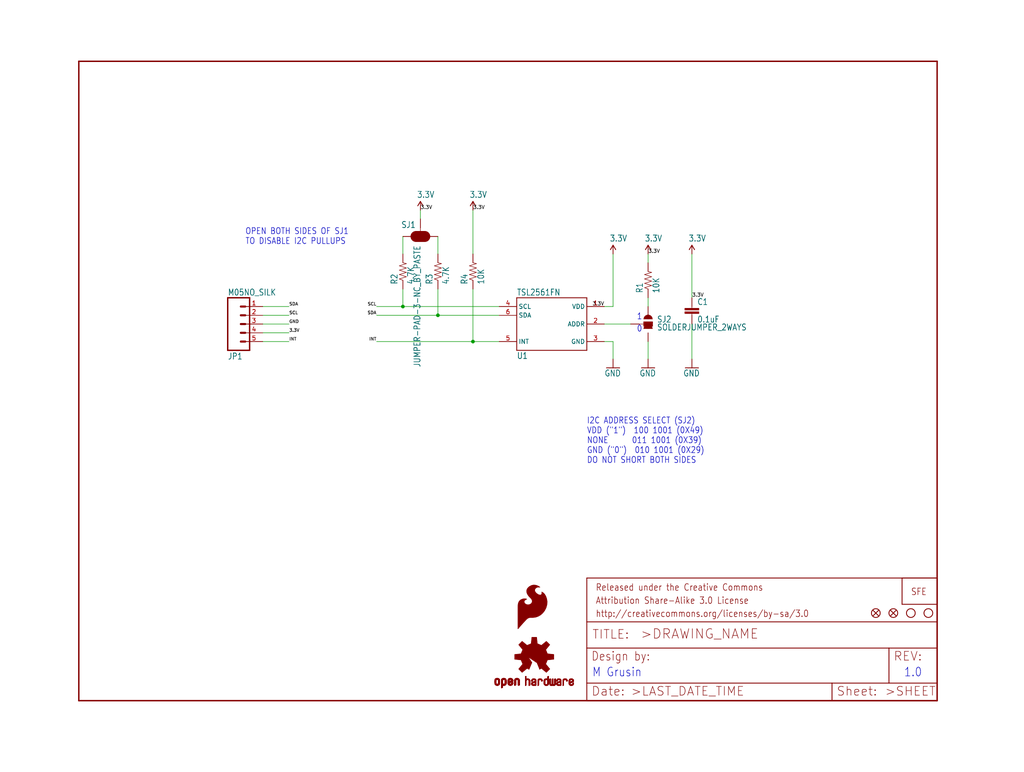
<source format=kicad_sch>
(kicad_sch (version 20211123) (generator eeschema)
  (paper "User" 297.002 223.926)
  (lib_symbols
    (symbol "eagleSchem-eagle-import:0.1UF-25V(+80{slash}-20%)(0603)"
      (property "Reference" "C" (at 1.524 2.921 0))
      (property "Value" "0.1UF-25V(+80{slash}-20%)(0603)" (at 1.524 -2.159 0))
      (symbol "0.1UF-25V(+80{slash}-20%)(0603)_1_0"
        (pin passive line (at 0 5.08 270) (length 2.54) (name "1") (number "1"))
        (pin passive line (at 0 -2.54 90) (length 2.54) (name "2") (number "2"))
      )
    )
    (symbol "eagleSchem-eagle-import:10KOHM-1{slash}10W-1%(0603)0603"
      (property "Reference" "R" (at -3.81 1.4986 0))
      (property "Value" "10KOHM-1{slash}10W-1%(0603)0603" (at -3.81 -3.302 0))
      (symbol "10KOHM-1{slash}10W-1%(0603)0603_1_0"
        (pin passive line (at -5.08 0 0) (length 2.54) (name "1") (number "1"))
        (pin passive line (at 5.08 0 180) (length 2.54) (name "2") (number "2"))
      )
    )
    (symbol "eagleSchem-eagle-import:4.7KOHM-1{slash}10W-1%(0603)"
      (property "Reference" "R" (at -3.81 1.4986 0))
      (property "Value" "4.7KOHM-1{slash}10W-1%(0603)" (at -3.81 -3.302 0))
      (symbol "4.7KOHM-1{slash}10W-1%(0603)_1_0"
        (pin passive line (at -5.08 0 0) (length 2.54) (name "1") (number "1"))
        (pin passive line (at 5.08 0 180) (length 2.54) (name "2") (number "2"))
      )
    )
    (symbol "eagleSchem-eagle-import:FIDUCIALUFIDUCIAL")
    (symbol "eagleSchem-eagle-import:FRAME-LETTER"
      (symbol "FRAME-LETTER_2_0"
        (text ">DRAWING_NAME" (at 15.494 17.78 0) (effects (font (size 2.7432 2.7432)) (justify left bottom)))
        (text ">LAST_DATE_TIME" (at 12.7 1.27 0) (effects (font (size 2.54 2.54)) (justify left bottom)))
        (text ">SHEET" (at 86.36 1.27 0) (effects (font (size 2.54 2.54)) (justify left bottom)))
        (text "Attribution Share-Alike 3.0 License" (at 2.54 27.94 0) (effects (font (size 1.9304 1.6408)) (justify left bottom)))
        (text "Date:" (at 1.27 1.27 0) (effects (font (size 2.54 2.54)) (justify left bottom)))
        (text "Design by:" (at 1.27 11.43 0) (effects (font (size 2.54 2.159)) (justify left bottom)))
        (text "http://creativecommons.org/licenses/by-sa/3.0" (at 2.54 24.13 0) (effects (font (size 1.9304 1.6408)) (justify left bottom)))
        (text "Released under the Creative Commons" (at 2.54 31.75 0) (effects (font (size 1.9304 1.6408)) (justify left bottom)))
        (text "REV:" (at 88.9 11.43 0) (effects (font (size 2.54 2.54)) (justify left bottom)))
        (text "Sheet:" (at 72.39 1.27 0) (effects (font (size 2.54 2.54)) (justify left bottom)))
        (text "TITLE:" (at 1.524 17.78 0) (effects (font (size 2.54 2.54)) (justify left bottom)))
      )
    )
    (symbol "eagleSchem-eagle-import:GND" (power)
      (property "Value" "GND" (at -2.54 -2.54 0))
      (symbol "GND_1_0"
        (pin power_in line (at 0 2.54 270) (length 2.54) (name "GND") (number "1"))
      )
    )
    (symbol "eagleSchem-eagle-import:JUMPER-PAD-3-NC_BY_PASTE"
      (property "Reference" "SJ" (at 2.54 0.381 0))
      (property "Value" "JUMPER-PAD-3-NC_BY_PASTE" (at 2.54 -1.905 0))
      (symbol "JUMPER-PAD-3-NC_BY_PASTE_1_0"
        (pin passive line (at 0 5.08 270) (length 2.54) (name "1") (number "1"))
        (pin passive line (at -5.08 0 0) (length 2.54) (name "2") (number "2"))
        (pin passive line (at 0 -5.08 90) (length 2.54) (name "3") (number "3"))
      )
    )
    (symbol "eagleSchem-eagle-import:LOGO-SFENW2"
      (symbol "LOGO-SFENW2_1_0"
        (text "SFE" (at 0 0 0) (effects (font (size 1.9304 1.6408)) (justify left bottom)))
      )
    )
    (symbol "eagleSchem-eagle-import:M05NO_SILK"
      (property "Reference" "JP" (at -2.54 8.382 0))
      (property "Value" "M05NO_SILK" (at -2.54 -10.16 0))
      (symbol "M05NO_SILK_1_0"
        (pin passive line (at 7.62 -5.08 180) (length 5.08) (name "1") (number "1"))
        (pin passive line (at 7.62 -2.54 180) (length 5.08) (name "2") (number "2"))
        (pin passive line (at 7.62 0 180) (length 5.08) (name "3") (number "3"))
        (pin passive line (at 7.62 2.54 180) (length 5.08) (name "4") (number "4"))
        (pin passive line (at 7.62 5.08 180) (length 5.08) (name "5") (number "5"))
      )
    )
    (symbol "eagleSchem-eagle-import:OSHW-LOGOS")
    (symbol "eagleSchem-eagle-import:SFE_LOGO_FLAME.1_INCH")
    (symbol "eagleSchem-eagle-import:SOLDERJUMPER_2WAYS"
      (property "Reference" "SJ" (at 2.54 0.381 0))
      (property "Value" "SOLDERJUMPER_2WAYS" (at 2.54 -1.905 0))
      (symbol "SOLDERJUMPER_2WAYS_1_0"
        (pin passive line (at 0 5.08 270) (length 2.54) (name "1") (number "1"))
        (pin passive line (at -5.08 0 0) (length 2.54) (name "2") (number "2"))
        (pin passive line (at 0 -5.08 90) (length 2.54) (name "3") (number "3"))
      )
    )
    (symbol "eagleSchem-eagle-import:STAND-OFF")
    (symbol "eagleSchem-eagle-import:TSL2561FN"
      (property "Reference" "U" (at -10.16 -10.16 0))
      (property "Value" "TSL2561FN" (at -10.16 10.16 0))
      (symbol "TSL2561FN_1_0"
        (pin power_in line (at 15.24 5.08 180) (length 5.08) (name "VDD") (number "1"))
        (pin input line (at 15.24 0 180) (length 5.08) (name "ADDR") (number "2"))
        (pin power_in line (at 15.24 -5.08 180) (length 5.08) (name "GND") (number "3"))
        (pin input line (at -15.24 5.08 0) (length 5.08) (name "SCL") (number "4"))
        (pin output line (at -15.24 -5.08 0) (length 5.08) (name "INT") (number "5"))
        (pin bidirectional line (at -15.24 2.54 0) (length 5.08) (name "SDA") (number "6"))
      )
    )
    (symbol "eagleSchem-eagle-import:VCC" (power)
      (property "Value" "VCC" (at -1.016 3.556 0))
      (symbol "VCC_1_0"
        (pin power_in line (at 0 0 90) (length 2.54) (name "VCC") (number "1"))
      )
    )
  )
  (junction (at 116.84 88.9))
  (junction (at 127 91.44))
  (junction (at 137.16 99.06))
  (wire (pts (xy 76.2 96.52) (xy 83.82 96.52)))
  (wire (pts (xy 116.84 88.9) (xy 109.22 88.9)))
  (wire (pts (xy 76.2 93.98) (xy 83.82 93.98)))
  (wire (pts (xy 177.8 88.9) (xy 177.8 73.66)))
  (wire (pts (xy 116.84 88.9) (xy 116.84 83.82)))
  (wire (pts (xy 137.16 99.06) (xy 109.22 99.06)))
  (wire (pts (xy 144.78 99.06) (xy 137.16 99.06)))
  (wire (pts (xy 121.92 60.96) (xy 121.92 63.5)))
  (wire (pts (xy 127 91.44) (xy 109.22 91.44)))
  (wire (pts (xy 187.96 73.66) (xy 187.96 76.2)))
  (wire (pts (xy 144.78 88.9) (xy 116.84 88.9)))
  (wire (pts (xy 177.8 99.06) (xy 177.8 104.14)))
  (wire (pts (xy 187.96 99.06) (xy 187.96 104.14)))
  (wire (pts (xy 175.26 88.9) (xy 177.8 88.9)))
  (wire (pts (xy 137.16 83.82) (xy 137.16 99.06)))
  (wire (pts (xy 127 83.82) (xy 127 91.44)))
  (wire (pts (xy 175.26 99.06) (xy 177.8 99.06)))
  (wire (pts (xy 127 91.44) (xy 144.78 91.44)))
  (wire (pts (xy 200.66 86.36) (xy 200.66 73.66)))
  (wire (pts (xy 127 73.66) (xy 127 68.58)))
  (wire (pts (xy 116.84 73.66) (xy 116.84 68.58)))
  (wire (pts (xy 187.96 86.36) (xy 187.96 88.9)))
  (wire (pts (xy 200.66 93.98) (xy 200.66 104.14)))
  (wire (pts (xy 137.16 60.96) (xy 137.16 73.66)))
  (wire (pts (xy 76.2 99.06) (xy 83.82 99.06)))
  (wire (pts (xy 182.88 93.98) (xy 175.26 93.98)))
  (wire (pts (xy 76.2 88.9) (xy 83.82 88.9)))
  (wire (pts (xy 76.2 91.44) (xy 83.82 91.44)))
  (text "I2C ADDRESS SELECT (SJ2)\nVDD (\"1\")  100 1001 (0X49)\nNONE      011 1001 (0X39)\nGND (\"0\")  010 1001 (0X29)\nDO NOT SHORT BOTH SIDES" (at 170.18 134.62 0) (effects (font (size 1.778 1.5113)) (justify left bottom)))
  (text "M Grusin" (at 171.704 196.596 180) (effects (font (size 2.54 2.159)) (justify left bottom)))
  (text "1" (at 184.658 92.964 180) (effects (font (size 1.778 1.5113)) (justify left bottom)))
  (text "0" (at 184.658 96.52 180) (effects (font (size 1.778 1.5113)) (justify left bottom)))
  (text "OPEN BOTH SIDES OF SJ1\nTO DISABLE I2C PULLUPS" (at 71.12 71.12 180) (effects (font (size 1.778 1.5113)) (justify left bottom)))
  (text "1.0" (at 262.128 196.596 180) (effects (font (size 2.54 2.159)) (justify left bottom)))
  (label "SCL" (at 109.22 88.9 180) (effects (font (size 0.889 0.889))))
  (label "GND" (at 83.82 93.98 0) (effects (font (size 0.889 0.889))))
  (label "3.3V" (at 83.82 96.52 0) (effects (font (size 0.889 0.889))))
  (label "INT" (at 109.22 99.06 180) (effects (font (size 0.889 0.889))))
  (label "INT" (at 83.82 99.06 0) (effects (font (size 0.889 0.889))))
  (label "3.3V" (at 187.96 73.66 0) (effects (font (size 1.016 1.016))))
  (label "SDA" (at 109.22 91.44 180) (effects (font (size 0.889 0.889))))
  (label "SCL" (at 83.82 91.44 0) (effects (font (size 0.889 0.889))))
  (label "3.3V" (at 175.26 88.9 180) (effects (font (size 1.016 1.016))))
  (label "3.3V" (at 200.66 86.36 0) (effects (font (size 1.016 1.016))))
  (label "3.3V" (at 137.16 60.96 0) (effects (font (size 1.016 1.016))))
  (label "3.3V" (at 121.92 60.96 0) (effects (font (size 1.016 1.016))))
  (label "SDA" (at 83.82 88.9 0) (effects (font (size 0.889 0.889))))
  (symbol (lib_id "eagleSchem-eagle-import:10KOHM-1{slash}10W-1%(0603)0603") (at 187.96 81.28 90) (unit 1)
    (property "Reference" "R1" (at 186.4614 85.09 0) (effects (font (size 1.778 1.5113)) (justify left bottom)))
    (property "Value" "10K" (at 191.262 85.09 0) (effects (font (size 1.778 1.5113)) (justify left bottom)))
    (property "Footprint" "eagleSchem:0603-RES" (effects hide))
  )
  (symbol (lib_id "eagleSchem-eagle-import:FRAME-LETTER") (at 22.86 203.2 0) (unit 1)
    (property "Reference" "FRAME1" (effects hide))
    (property "Value" "FRAME-LETTER" (effects hide))
    (property "Footprint" "eagleSchem:CREATIVE_COMMONS" (effects hide))
  )
  (symbol (lib_id "eagleSchem-eagle-import:OSHW-LOGOS") (at 154.94 190.5 0) (unit 1)
    (property "Reference" "LOGO1" (effects hide))
    (property "Value" "OSHW-LOGOS" (effects hide))
    (property "Footprint" "eagleSchem:OSHW-LOGO-S" (effects hide))
  )
  (symbol (lib_id "eagleSchem-eagle-import:SOLDERJUMPER_2WAYS") (at 187.96 93.98 0) (unit 1)
    (property "Reference" "SJ2" (at 190.5 93.599 0) (effects (font (size 1.778 1.5113)) (justify left bottom)))
    (property "Value" "SOLDERJUMPER_2WAYS" (at 190.5 95.885 0) (effects (font (size 1.778 1.5113)) (justify left bottom)))
    (property "Footprint" "eagleSchem:SJ_3" (effects hide))
  )
  (symbol (lib_id "eagleSchem-eagle-import:4.7KOHM-1{slash}10W-1%(0603)") (at 116.84 78.74 90) (unit 1)
    (property "Reference" "R2" (at 115.3414 82.55 0) (effects (font (size 1.778 1.5113)) (justify left bottom)))
    (property "Value" "4.7K" (at 120.142 82.55 0) (effects (font (size 1.778 1.5113)) (justify left bottom)))
    (property "Footprint" "eagleSchem:0603-RES" (effects hide))
  )
  (symbol (lib_id "eagleSchem-eagle-import:STAND-OFF") (at 264.16 177.8 0) (unit 1)
    (property "Reference" "STANDOFF2" (effects hide))
    (property "Value" "STAND-OFF" (effects hide))
    (property "Footprint" "eagleSchem:STAND-OFF" (effects hide))
  )
  (symbol (lib_id "eagleSchem-eagle-import:SFE_LOGO_FLAME.1_INCH") (at 149.86 182.88 0) (unit 1)
    (property "Reference" "LOGO3" (effects hide))
    (property "Value" "SFE_LOGO_FLAME.1_INCH" (effects hide))
    (property "Footprint" "eagleSchem:SFE_LOGO_FLAME_.1" (effects hide))
  )
  (symbol (lib_id "eagleSchem-eagle-import:FIDUCIALUFIDUCIAL") (at 259.08 177.8 0) (unit 1)
    (property "Reference" "FID1" (effects hide))
    (property "Value" "FIDUCIALUFIDUCIAL" (effects hide))
    (property "Footprint" "eagleSchem:MICRO-FIDUCIAL" (effects hide))
  )
  (symbol (lib_id "eagleSchem-eagle-import:4.7KOHM-1{slash}10W-1%(0603)") (at 127 78.74 90) (unit 1)
    (property "Reference" "R3" (at 125.5014 82.55 0) (effects (font (size 1.778 1.5113)) (justify left bottom)))
    (property "Value" "4.7K" (at 130.302 82.55 0) (effects (font (size 1.778 1.5113)) (justify left bottom)))
    (property "Footprint" "eagleSchem:0603-RES" (effects hide))
  )
  (symbol (lib_id "eagleSchem-eagle-import:GND") (at 177.8 106.68 0) (unit 1)
    (property "Reference" "#GND3" (effects hide))
    (property "Value" "GND" (at 175.26 109.22 0) (effects (font (size 1.778 1.5113)) (justify left bottom)))
    (property "Footprint" "eagleSchem:" (effects hide))
  )
  (symbol (lib_id "eagleSchem-eagle-import:TSL2561FN") (at 160.02 93.98 0) (unit 1)
    (property "Reference" "U1" (at 149.86 104.14 0) (effects (font (size 1.778 1.5113)) (justify left bottom)))
    (property "Value" "TSL2561FN" (at 149.86 83.82 0) (effects (font (size 1.778 1.5113)) (justify left top)))
    (property "Footprint" "eagleSchem:FN-6" (effects hide))
  )
  (symbol (lib_id "eagleSchem-eagle-import:0.1UF-25V(+80{slash}-20%)(0603)") (at 200.66 91.44 0) (unit 1)
    (property "Reference" "C1" (at 202.184 88.519 0) (effects (font (size 1.778 1.5113)) (justify left bottom)))
    (property "Value" "0.1uF" (at 202.184 93.599 0) (effects (font (size 1.778 1.5113)) (justify left bottom)))
    (property "Footprint" "eagleSchem:0603-CAP" (effects hide))
  )
  (symbol (lib_id "eagleSchem-eagle-import:STAND-OFF") (at 269.24 177.8 0) (unit 1)
    (property "Reference" "STANDOFF1" (effects hide))
    (property "Value" "STAND-OFF" (effects hide))
    (property "Footprint" "eagleSchem:STAND-OFF" (effects hide))
  )
  (symbol (lib_id "eagleSchem-eagle-import:VCC") (at 121.92 60.96 0) (unit 1)
    (property "Reference" "#SUPPLY4" (effects hide))
    (property "Value" "3.3V" (at 120.904 57.404 0) (effects (font (size 1.778 1.5113)) (justify left bottom)))
    (property "Footprint" "eagleSchem:" (effects hide))
  )
  (symbol (lib_id "eagleSchem-eagle-import:FIDUCIALUFIDUCIAL") (at 254 177.8 0) (unit 1)
    (property "Reference" "FID2" (effects hide))
    (property "Value" "FIDUCIALUFIDUCIAL" (effects hide))
    (property "Footprint" "eagleSchem:MICRO-FIDUCIAL" (effects hide))
  )
  (symbol (lib_id "eagleSchem-eagle-import:FRAME-LETTER") (at 170.18 203.2 0) (unit 2)
    (property "Reference" "FRAME1" (effects hide))
    (property "Value" "FRAME-LETTER" (effects hide))
    (property "Footprint" "eagleSchem:CREATIVE_COMMONS" (effects hide))
  )
  (symbol (lib_id "eagleSchem-eagle-import:GND") (at 200.66 106.68 0) (unit 1)
    (property "Reference" "#GND2" (effects hide))
    (property "Value" "GND" (at 198.12 109.22 0) (effects (font (size 1.778 1.5113)) (justify left bottom)))
    (property "Footprint" "eagleSchem:" (effects hide))
  )
  (symbol (lib_id "eagleSchem-eagle-import:10KOHM-1{slash}10W-1%(0603)0603") (at 137.16 78.74 90) (unit 1)
    (property "Reference" "R4" (at 135.6614 82.55 0) (effects (font (size 1.778 1.5113)) (justify left bottom)))
    (property "Value" "10K" (at 140.462 82.55 0) (effects (font (size 1.778 1.5113)) (justify left bottom)))
    (property "Footprint" "eagleSchem:0603-RES" (effects hide))
  )
  (symbol (lib_id "eagleSchem-eagle-import:GND") (at 187.96 106.68 0) (unit 1)
    (property "Reference" "#GND1" (effects hide))
    (property "Value" "GND" (at 185.42 109.22 0) (effects (font (size 1.778 1.5113)) (justify left bottom)))
    (property "Footprint" "eagleSchem:" (effects hide))
  )
  (symbol (lib_id "eagleSchem-eagle-import:M05NO_SILK") (at 68.58 93.98 0) (mirror x) (unit 1)
    (property "Reference" "JP1" (at 66.04 102.362 0) (effects (font (size 1.778 1.5113)) (justify left bottom)))
    (property "Value" "M05NO_SILK" (at 66.04 83.82 0) (effects (font (size 1.778 1.5113)) (justify left bottom)))
    (property "Footprint" "eagleSchem:1X05_NO_SILK" (effects hide))
  )
  (symbol (lib_id "eagleSchem-eagle-import:VCC") (at 177.8 73.66 0) (unit 1)
    (property "Reference" "#SUPPLY1" (effects hide))
    (property "Value" "3.3V" (at 176.784 70.104 0) (effects (font (size 1.778 1.5113)) (justify left bottom)))
    (property "Footprint" "eagleSchem:" (effects hide))
  )
  (symbol (lib_id "eagleSchem-eagle-import:VCC") (at 200.66 73.66 0) (unit 1)
    (property "Reference" "#SUPPLY3" (effects hide))
    (property "Value" "3.3V" (at 199.644 70.104 0) (effects (font (size 1.778 1.5113)) (justify left bottom)))
    (property "Footprint" "eagleSchem:" (effects hide))
  )
  (symbol (lib_id "eagleSchem-eagle-import:VCC") (at 187.96 73.66 0) (unit 1)
    (property "Reference" "#SUPPLY2" (effects hide))
    (property "Value" "3.3V" (at 186.944 70.104 0) (effects (font (size 1.778 1.5113)) (justify left bottom)))
    (property "Footprint" "eagleSchem:" (effects hide))
  )
  (symbol (lib_id "eagleSchem-eagle-import:VCC") (at 137.16 60.96 0) (unit 1)
    (property "Reference" "#SUPPLY5" (effects hide))
    (property "Value" "3.3V" (at 136.144 57.404 0) (effects (font (size 1.778 1.5113)) (justify left bottom)))
    (property "Footprint" "eagleSchem:" (effects hide))
  )
  (symbol (lib_id "eagleSchem-eagle-import:LOGO-SFENW2") (at 264.16 172.72 0) (unit 1)
    (property "Reference" "LOGO2" (effects hide))
    (property "Value" "LOGO-SFENW2" (effects hide))
    (property "Footprint" "eagleSchem:SFE-NEW-WEB" (effects hide))
  )
  (symbol (lib_id "eagleSchem-eagle-import:JUMPER-PAD-3-NC_BY_PASTE") (at 121.92 68.58 270) (unit 1)
    (property "Reference" "SJ1" (at 116.332 66.167 90) (effects (font (size 1.778 1.5113)) (justify left bottom)))
    (property "Value" "JUMPER-PAD-3-NC_BY_PASTE" (at 120.015 71.12 0) (effects (font (size 1.778 1.5113)) (justify left bottom)))
    (property "Footprint" "eagleSchem:PAD-JUMPER-3-NC_BY_PASTE_YES_SILK_FULL_BOX" (effects hide))
  )
)
</source>
